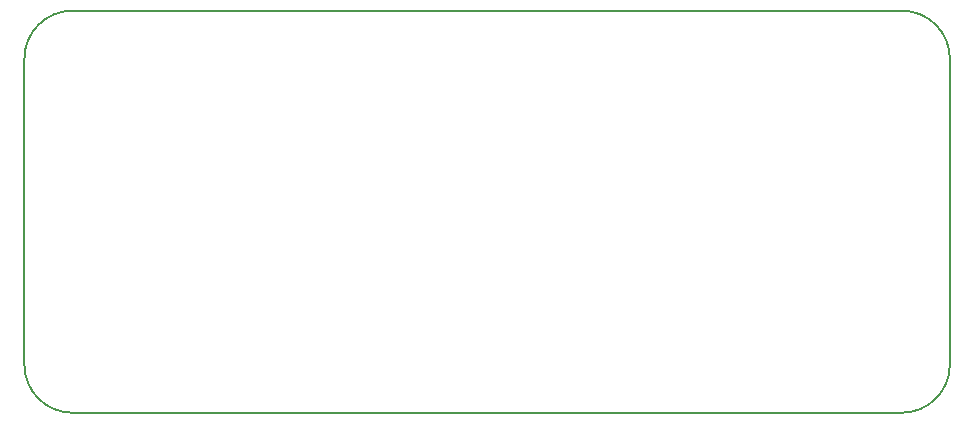
<source format=gbr>
G04 #@! TF.GenerationSoftware,KiCad,Pcbnew,(5.0.0)*
G04 #@! TF.CreationDate,2018-11-26T12:29:23+08:00*
G04 #@! TF.ProjectId,Clouduino Stratus Rev 1,436C6F756475696E6F20537472617475,rev?*
G04 #@! TF.SameCoordinates,Original*
G04 #@! TF.FileFunction,Profile,NP*
%FSLAX46Y46*%
G04 Gerber Fmt 4.6, Leading zero omitted, Abs format (unit mm)*
G04 Created by KiCad (PCBNEW (5.0.0)) date 11/26/18 12:29:23*
%MOMM*%
%LPD*%
G01*
G04 APERTURE LIST*
%ADD10C,0.200000*%
G04 APERTURE END LIST*
D10*
X153797000Y-78486000D02*
G75*
G02X149733000Y-82550000I-4064000J0D01*
G01*
X79502000Y-82550000D02*
G75*
G02X75438000Y-78486000I0J4064000D01*
G01*
X75438000Y-52578000D02*
G75*
G02X79502000Y-48514000I4064000J0D01*
G01*
X149733000Y-48514000D02*
G75*
G02X153797000Y-52578000I0J-4064000D01*
G01*
X153797000Y-52578000D02*
X153797000Y-78486000D01*
X79502000Y-82550000D02*
X149733000Y-82550000D01*
X79502000Y-48514000D02*
X149733000Y-48514000D01*
X75438000Y-78486000D02*
X75438000Y-52578000D01*
M02*

</source>
